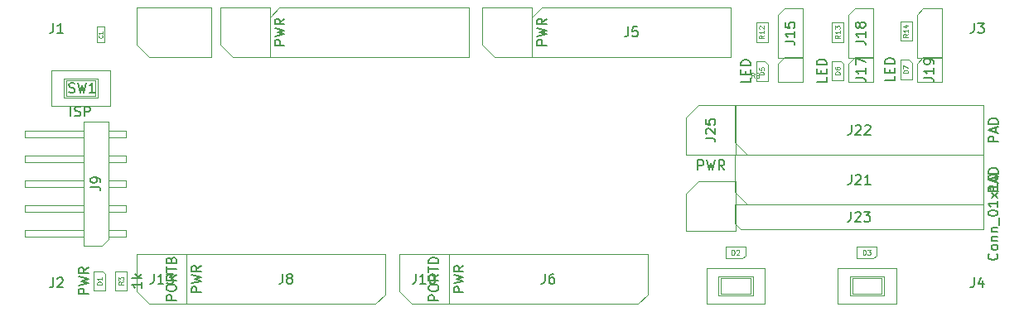
<source format=gbr>
G04 #@! TF.GenerationSoftware,KiCad,Pcbnew,(5.1.5)-2*
G04 #@! TF.CreationDate,2020-04-05T00:52:07+07:00*
G04 #@! TF.ProjectId,KIT_PIC16F1937,4b49545f-5049-4433-9136-46313933372e,rev?*
G04 #@! TF.SameCoordinates,Original*
G04 #@! TF.FileFunction,Other,Fab,Top*
%FSLAX46Y46*%
G04 Gerber Fmt 4.6, Leading zero omitted, Abs format (unit mm)*
G04 Created by KiCad (PCBNEW (5.1.5)-2) date 2020-04-05 00:52:07*
%MOMM*%
%LPD*%
G04 APERTURE LIST*
%ADD10C,0.100000*%
%ADD11C,0.060000*%
%ADD12C,0.150000*%
%ADD13C,0.080000*%
G04 APERTURE END LIST*
D10*
X150514000Y-101003000D02*
X149714000Y-101003000D01*
X149714000Y-101003000D02*
X149714000Y-99403000D01*
X149714000Y-99403000D02*
X150514000Y-99403000D01*
X150514000Y-99403000D02*
X150514000Y-101003000D01*
X146332000Y-104664000D02*
X149832000Y-104664000D01*
X149832000Y-104664000D02*
X149832000Y-106664000D01*
X149832000Y-106664000D02*
X146332000Y-106664000D01*
X146332000Y-106664000D02*
X146332000Y-104664000D01*
X146582000Y-106464000D02*
X149582000Y-106464000D01*
X146582000Y-104864000D02*
X149582000Y-104864000D01*
X149582000Y-104864000D02*
X149582000Y-106464000D01*
X146582000Y-104864000D02*
X146582000Y-106464000D01*
X145082000Y-107464000D02*
X151082000Y-107464000D01*
X145082000Y-103864000D02*
X151082000Y-103864000D01*
X145082000Y-103864000D02*
X145082000Y-107464000D01*
X151082000Y-103864000D02*
X151082000Y-107464000D01*
X194174000Y-102489000D02*
X194174000Y-98409000D01*
X194174000Y-98409000D02*
X195174000Y-97409000D01*
X195174000Y-97409000D02*
X214494000Y-97409000D01*
X214494000Y-97409000D02*
X214494000Y-102489000D01*
X214494000Y-102489000D02*
X194174000Y-102489000D01*
X185674000Y-122682000D02*
X205994000Y-122682000D01*
X185674000Y-127762000D02*
X185674000Y-122682000D01*
X204994000Y-127762000D02*
X185674000Y-127762000D01*
X205994000Y-126762000D02*
X204994000Y-127762000D01*
X205994000Y-122682000D02*
X205994000Y-126762000D01*
X187697000Y-102489000D02*
X167377000Y-102489000D01*
X187697000Y-97409000D02*
X187697000Y-102489000D01*
X168377000Y-97409000D02*
X187697000Y-97409000D01*
X167377000Y-98409000D02*
X168377000Y-97409000D01*
X167377000Y-102489000D02*
X167377000Y-98409000D01*
X179197000Y-122682000D02*
X179197000Y-126762000D01*
X179197000Y-126762000D02*
X178197000Y-127762000D01*
X178197000Y-127762000D02*
X158877000Y-127762000D01*
X158877000Y-127762000D02*
X158877000Y-122682000D01*
X158877000Y-122682000D02*
X179197000Y-122682000D01*
X150265000Y-121793000D02*
X148360000Y-121793000D01*
X148360000Y-121793000D02*
X148360000Y-109093000D01*
X148360000Y-109093000D02*
X150900000Y-109093000D01*
X150900000Y-109093000D02*
X150900000Y-121158000D01*
X150900000Y-121158000D02*
X150265000Y-121793000D01*
X152720000Y-120843000D02*
X150900000Y-120843000D01*
X152720000Y-120843000D02*
X152720000Y-120203000D01*
X152720000Y-120203000D02*
X150900000Y-120203000D01*
X148360000Y-120843000D02*
X142360000Y-120843000D01*
X142360000Y-120843000D02*
X142360000Y-120203000D01*
X148360000Y-120203000D02*
X142360000Y-120203000D01*
X152720000Y-118303000D02*
X150900000Y-118303000D01*
X152720000Y-118303000D02*
X152720000Y-117663000D01*
X152720000Y-117663000D02*
X150900000Y-117663000D01*
X148360000Y-118303000D02*
X142360000Y-118303000D01*
X142360000Y-118303000D02*
X142360000Y-117663000D01*
X148360000Y-117663000D02*
X142360000Y-117663000D01*
X152720000Y-115763000D02*
X150900000Y-115763000D01*
X152720000Y-115763000D02*
X152720000Y-115123000D01*
X152720000Y-115123000D02*
X150900000Y-115123000D01*
X148360000Y-115763000D02*
X142360000Y-115763000D01*
X142360000Y-115763000D02*
X142360000Y-115123000D01*
X148360000Y-115123000D02*
X142360000Y-115123000D01*
X152720000Y-113223000D02*
X150900000Y-113223000D01*
X152720000Y-113223000D02*
X152720000Y-112583000D01*
X152720000Y-112583000D02*
X150900000Y-112583000D01*
X148360000Y-113223000D02*
X142360000Y-113223000D01*
X142360000Y-113223000D02*
X142360000Y-112583000D01*
X148360000Y-112583000D02*
X142360000Y-112583000D01*
X152720000Y-110683000D02*
X150900000Y-110683000D01*
X152720000Y-110683000D02*
X152720000Y-110043000D01*
X152720000Y-110043000D02*
X150900000Y-110043000D01*
X148360000Y-110683000D02*
X142360000Y-110683000D01*
X142360000Y-110683000D02*
X142360000Y-110043000D01*
X148360000Y-110043000D02*
X142360000Y-110043000D01*
X180594000Y-126492000D02*
X180594000Y-122682000D01*
X180594000Y-122682000D02*
X185674000Y-122682000D01*
X185674000Y-122682000D02*
X185674000Y-127762000D01*
X185674000Y-127762000D02*
X181864000Y-127762000D01*
X181864000Y-127762000D02*
X180594000Y-126492000D01*
X163567000Y-102489000D02*
X162297000Y-101219000D01*
X167377000Y-102489000D02*
X163567000Y-102489000D01*
X167377000Y-97409000D02*
X167377000Y-102489000D01*
X162297000Y-97409000D02*
X167377000Y-97409000D01*
X162297000Y-101219000D02*
X162297000Y-97409000D01*
X189094000Y-101219000D02*
X189094000Y-97409000D01*
X189094000Y-97409000D02*
X194174000Y-97409000D01*
X194174000Y-97409000D02*
X194174000Y-102489000D01*
X194174000Y-102489000D02*
X190364000Y-102489000D01*
X190364000Y-102489000D02*
X189094000Y-101219000D01*
X155067000Y-127762000D02*
X153797000Y-126492000D01*
X158877000Y-127762000D02*
X155067000Y-127762000D01*
X158877000Y-122682000D02*
X158877000Y-127762000D01*
X153797000Y-122682000D02*
X158877000Y-122682000D01*
X153797000Y-126492000D02*
X153797000Y-122682000D01*
X153797000Y-101219000D02*
X153797000Y-97409000D01*
X153797000Y-97409000D02*
X161417000Y-97409000D01*
X161417000Y-97409000D02*
X161417000Y-102489000D01*
X161417000Y-102489000D02*
X155067000Y-102489000D01*
X155067000Y-102489000D02*
X153797000Y-101219000D01*
X150600000Y-126400000D02*
X150600000Y-124700000D01*
X150600000Y-124700000D02*
X150300000Y-124400000D01*
X150300000Y-124400000D02*
X149400000Y-124400000D01*
X149400000Y-124400000D02*
X149400000Y-126400000D01*
X149400000Y-126400000D02*
X150600000Y-126400000D01*
X213980000Y-123105000D02*
X215680000Y-123105000D01*
X215680000Y-123105000D02*
X215980000Y-122805000D01*
X215980000Y-122805000D02*
X215980000Y-121905000D01*
X215980000Y-121905000D02*
X213980000Y-121905000D01*
X213980000Y-121905000D02*
X213980000Y-123105000D01*
X227380000Y-121905000D02*
X227380000Y-123105000D01*
X229380000Y-121905000D02*
X227380000Y-121905000D01*
X229380000Y-122805000D02*
X229380000Y-121905000D01*
X229080000Y-123105000D02*
X229380000Y-122805000D01*
X227380000Y-123105000D02*
X229080000Y-123105000D01*
X152800000Y-126400000D02*
X151600000Y-126400000D01*
X151600000Y-126400000D02*
X151600000Y-124400000D01*
X151600000Y-124400000D02*
X152800000Y-124400000D01*
X152800000Y-124400000D02*
X152800000Y-126400000D01*
X213250000Y-124905000D02*
X216750000Y-124905000D01*
X216750000Y-124905000D02*
X216750000Y-126905000D01*
X216750000Y-126905000D02*
X213250000Y-126905000D01*
X213250000Y-126905000D02*
X213250000Y-124905000D01*
X213500000Y-126705000D02*
X216500000Y-126705000D01*
X213500000Y-125105000D02*
X216500000Y-125105000D01*
X216500000Y-125105000D02*
X216500000Y-126705000D01*
X213500000Y-125105000D02*
X213500000Y-126705000D01*
X212000000Y-127705000D02*
X218000000Y-127705000D01*
X212000000Y-124105000D02*
X218000000Y-124105000D01*
X212000000Y-124105000D02*
X212000000Y-127705000D01*
X218000000Y-124105000D02*
X218000000Y-127705000D01*
X226650000Y-124905000D02*
X230150000Y-124905000D01*
X230150000Y-124905000D02*
X230150000Y-126905000D01*
X230150000Y-126905000D02*
X226650000Y-126905000D01*
X226650000Y-126905000D02*
X226650000Y-124905000D01*
X226900000Y-126705000D02*
X229900000Y-126705000D01*
X226900000Y-125105000D02*
X229900000Y-125105000D01*
X229900000Y-125105000D02*
X229900000Y-126705000D01*
X226900000Y-125105000D02*
X226900000Y-126705000D01*
X225400000Y-127705000D02*
X231400000Y-127705000D01*
X225400000Y-124105000D02*
X231400000Y-124105000D01*
X225400000Y-124105000D02*
X225400000Y-127705000D01*
X231400000Y-124105000D02*
X231400000Y-127705000D01*
X219965000Y-97530000D02*
X221870000Y-97530000D01*
X221870000Y-97530000D02*
X221870000Y-102610000D01*
X221870000Y-102610000D02*
X219330000Y-102610000D01*
X219330000Y-102610000D02*
X219330000Y-98165000D01*
X219330000Y-98165000D02*
X219965000Y-97530000D01*
X219965000Y-102530000D02*
X221870000Y-102530000D01*
X221870000Y-102530000D02*
X221870000Y-105070000D01*
X221870000Y-105070000D02*
X219330000Y-105070000D01*
X219330000Y-105070000D02*
X219330000Y-103165000D01*
X219330000Y-103165000D02*
X219965000Y-102530000D01*
X227165000Y-102530000D02*
X229070000Y-102530000D01*
X229070000Y-102530000D02*
X229070000Y-105070000D01*
X229070000Y-105070000D02*
X226530000Y-105070000D01*
X226530000Y-105070000D02*
X226530000Y-103165000D01*
X226530000Y-103165000D02*
X227165000Y-102530000D01*
X227165000Y-97530000D02*
X229070000Y-97530000D01*
X229070000Y-97530000D02*
X229070000Y-102610000D01*
X229070000Y-102610000D02*
X226530000Y-102610000D01*
X226530000Y-102610000D02*
X226530000Y-98165000D01*
X226530000Y-98165000D02*
X227165000Y-97530000D01*
X234165000Y-102530000D02*
X236070000Y-102530000D01*
X236070000Y-102530000D02*
X236070000Y-105070000D01*
X236070000Y-105070000D02*
X233530000Y-105070000D01*
X233530000Y-105070000D02*
X233530000Y-103165000D01*
X233530000Y-103165000D02*
X234165000Y-102530000D01*
X234165000Y-97530000D02*
X236070000Y-97530000D01*
X236070000Y-97530000D02*
X236070000Y-102610000D01*
X236070000Y-102610000D02*
X233530000Y-102610000D01*
X233530000Y-102610000D02*
X233530000Y-98165000D01*
X233530000Y-98165000D02*
X234165000Y-97530000D01*
X216201001Y-117602000D02*
X214931001Y-116332000D01*
X240331001Y-117602000D02*
X216201001Y-117602000D01*
X240331001Y-112522000D02*
X240331001Y-117602000D01*
X214931001Y-112522000D02*
X240331001Y-112522000D01*
X214931001Y-116332000D02*
X214931001Y-112522000D01*
X214931001Y-111252000D02*
X214931001Y-107442000D01*
X214931001Y-107442000D02*
X240331001Y-107442000D01*
X240331001Y-107442000D02*
X240331001Y-112522000D01*
X240331001Y-112522000D02*
X216201001Y-112522000D01*
X216201001Y-112522000D02*
X214931001Y-111252000D01*
X218278000Y-104939500D02*
X218278000Y-103239500D01*
X218278000Y-103239500D02*
X217978000Y-102939500D01*
X217978000Y-102939500D02*
X217078000Y-102939500D01*
X217078000Y-102939500D02*
X217078000Y-104939500D01*
X217078000Y-104939500D02*
X218278000Y-104939500D01*
X224825000Y-104886000D02*
X226025000Y-104886000D01*
X224825000Y-102886000D02*
X224825000Y-104886000D01*
X225725000Y-102886000D02*
X224825000Y-102886000D01*
X226025000Y-103186000D02*
X225725000Y-102886000D01*
X226025000Y-104886000D02*
X226025000Y-103186000D01*
X214884000Y-119507000D02*
X214884000Y-117602000D01*
X214884000Y-117602000D02*
X240284000Y-117602000D01*
X240284000Y-117602000D02*
X240284000Y-120142000D01*
X240284000Y-120142000D02*
X215519000Y-120142000D01*
X215519000Y-120142000D02*
X214884000Y-119507000D01*
X217078000Y-98949000D02*
X218278000Y-98949000D01*
X218278000Y-98949000D02*
X218278000Y-100949000D01*
X218278000Y-100949000D02*
X217078000Y-100949000D01*
X217078000Y-100949000D02*
X217078000Y-98949000D01*
X224825000Y-100949000D02*
X224825000Y-98949000D01*
X226025000Y-100949000D02*
X224825000Y-100949000D01*
X226025000Y-98949000D02*
X226025000Y-100949000D01*
X224825000Y-98949000D02*
X226025000Y-98949000D01*
X233010000Y-104759000D02*
X233010000Y-103059000D01*
X233010000Y-103059000D02*
X232710000Y-102759000D01*
X232710000Y-102759000D02*
X231810000Y-102759000D01*
X231810000Y-102759000D02*
X231810000Y-104759000D01*
X231810000Y-104759000D02*
X233010000Y-104759000D01*
X231810000Y-98822000D02*
X233010000Y-98822000D01*
X233010000Y-98822000D02*
X233010000Y-100822000D01*
X233010000Y-100822000D02*
X231810000Y-100822000D01*
X231810000Y-100822000D02*
X231810000Y-98822000D01*
X211201000Y-107442000D02*
X215011000Y-107442000D01*
X215011000Y-107442000D02*
X215011000Y-112522000D01*
X215011000Y-112522000D02*
X209931000Y-112522000D01*
X209931000Y-112522000D02*
X209931000Y-108712000D01*
X209931000Y-108712000D02*
X211201000Y-107442000D01*
X209931000Y-116459000D02*
X211201000Y-115189000D01*
X209931000Y-120269000D02*
X209931000Y-116459000D01*
X215011000Y-120269000D02*
X209931000Y-120269000D01*
X215011000Y-115189000D02*
X215011000Y-120269000D01*
X211201000Y-115189000D02*
X215011000Y-115189000D01*
D11*
X150256857Y-100269666D02*
X150275904Y-100288714D01*
X150294952Y-100345857D01*
X150294952Y-100383952D01*
X150275904Y-100441095D01*
X150237809Y-100479190D01*
X150199714Y-100498238D01*
X150123523Y-100517285D01*
X150066380Y-100517285D01*
X149990190Y-100498238D01*
X149952095Y-100479190D01*
X149914000Y-100441095D01*
X149894952Y-100383952D01*
X149894952Y-100345857D01*
X149914000Y-100288714D01*
X149933047Y-100269666D01*
X150294952Y-99888714D02*
X150294952Y-100117285D01*
X150294952Y-100003000D02*
X149894952Y-100003000D01*
X149952095Y-100041095D01*
X149990190Y-100079190D01*
X150009238Y-100117285D01*
D12*
X146875666Y-106068761D02*
X147018523Y-106116380D01*
X147256619Y-106116380D01*
X147351857Y-106068761D01*
X147399476Y-106021142D01*
X147447095Y-105925904D01*
X147447095Y-105830666D01*
X147399476Y-105735428D01*
X147351857Y-105687809D01*
X147256619Y-105640190D01*
X147066142Y-105592571D01*
X146970904Y-105544952D01*
X146923285Y-105497333D01*
X146875666Y-105402095D01*
X146875666Y-105306857D01*
X146923285Y-105211619D01*
X146970904Y-105164000D01*
X147066142Y-105116380D01*
X147304238Y-105116380D01*
X147447095Y-105164000D01*
X147780428Y-105116380D02*
X148018523Y-106116380D01*
X148209000Y-105402095D01*
X148399476Y-106116380D01*
X148637571Y-105116380D01*
X149542333Y-106116380D02*
X148970904Y-106116380D01*
X149256619Y-106116380D02*
X149256619Y-105116380D01*
X149161380Y-105259238D01*
X149066142Y-105354476D01*
X148970904Y-105402095D01*
X145254666Y-99020380D02*
X145254666Y-99734666D01*
X145207047Y-99877523D01*
X145111809Y-99972761D01*
X144968952Y-100020380D01*
X144873714Y-100020380D01*
X146254666Y-100020380D02*
X145683238Y-100020380D01*
X145968952Y-100020380D02*
X145968952Y-99020380D01*
X145873714Y-99163238D01*
X145778476Y-99258476D01*
X145683238Y-99306095D01*
X145254666Y-125055380D02*
X145254666Y-125769666D01*
X145207047Y-125912523D01*
X145111809Y-126007761D01*
X144968952Y-126055380D01*
X144873714Y-126055380D01*
X145683238Y-125150619D02*
X145730857Y-125103000D01*
X145826095Y-125055380D01*
X146064190Y-125055380D01*
X146159428Y-125103000D01*
X146207047Y-125150619D01*
X146254666Y-125245857D01*
X146254666Y-125341095D01*
X146207047Y-125483952D01*
X145635619Y-126055380D01*
X146254666Y-126055380D01*
X239361666Y-99020380D02*
X239361666Y-99734666D01*
X239314047Y-99877523D01*
X239218809Y-99972761D01*
X239075952Y-100020380D01*
X238980714Y-100020380D01*
X239742619Y-99020380D02*
X240361666Y-99020380D01*
X240028333Y-99401333D01*
X240171190Y-99401333D01*
X240266428Y-99448952D01*
X240314047Y-99496571D01*
X240361666Y-99591809D01*
X240361666Y-99829904D01*
X240314047Y-99925142D01*
X240266428Y-99972761D01*
X240171190Y-100020380D01*
X239885476Y-100020380D01*
X239790238Y-99972761D01*
X239742619Y-99925142D01*
X239361666Y-125055380D02*
X239361666Y-125769666D01*
X239314047Y-125912523D01*
X239218809Y-126007761D01*
X239075952Y-126055380D01*
X238980714Y-126055380D01*
X240266428Y-125388714D02*
X240266428Y-126055380D01*
X240028333Y-125007761D02*
X239790238Y-125722047D01*
X240409285Y-125722047D01*
X204000666Y-99401380D02*
X204000666Y-100115666D01*
X203953047Y-100258523D01*
X203857809Y-100353761D01*
X203714952Y-100401380D01*
X203619714Y-100401380D01*
X204953047Y-99401380D02*
X204476857Y-99401380D01*
X204429238Y-99877571D01*
X204476857Y-99829952D01*
X204572095Y-99782333D01*
X204810190Y-99782333D01*
X204905428Y-99829952D01*
X204953047Y-99877571D01*
X205000666Y-99972809D01*
X205000666Y-100210904D01*
X204953047Y-100306142D01*
X204905428Y-100353761D01*
X204810190Y-100401380D01*
X204572095Y-100401380D01*
X204476857Y-100353761D01*
X204429238Y-100306142D01*
X184626380Y-127388666D02*
X183626380Y-127388666D01*
X183626380Y-127007714D01*
X183674000Y-126912476D01*
X183721619Y-126864857D01*
X183816857Y-126817238D01*
X183959714Y-126817238D01*
X184054952Y-126864857D01*
X184102571Y-126912476D01*
X184150190Y-127007714D01*
X184150190Y-127388666D01*
X183626380Y-126198190D02*
X183626380Y-126007714D01*
X183674000Y-125912476D01*
X183769238Y-125817238D01*
X183959714Y-125769619D01*
X184293047Y-125769619D01*
X184483523Y-125817238D01*
X184578761Y-125912476D01*
X184626380Y-126007714D01*
X184626380Y-126198190D01*
X184578761Y-126293428D01*
X184483523Y-126388666D01*
X184293047Y-126436285D01*
X183959714Y-126436285D01*
X183769238Y-126388666D01*
X183674000Y-126293428D01*
X183626380Y-126198190D01*
X184626380Y-124769619D02*
X184150190Y-125102952D01*
X184626380Y-125341047D02*
X183626380Y-125341047D01*
X183626380Y-124960095D01*
X183674000Y-124864857D01*
X183721619Y-124817238D01*
X183816857Y-124769619D01*
X183959714Y-124769619D01*
X184054952Y-124817238D01*
X184102571Y-124864857D01*
X184150190Y-124960095D01*
X184150190Y-125341047D01*
X183626380Y-124483904D02*
X183626380Y-123912476D01*
X184626380Y-124198190D02*
X183626380Y-124198190D01*
X184626380Y-123579142D02*
X183626380Y-123579142D01*
X183626380Y-123341047D01*
X183674000Y-123198190D01*
X183769238Y-123102952D01*
X183864476Y-123055333D01*
X184054952Y-123007714D01*
X184197809Y-123007714D01*
X184388285Y-123055333D01*
X184483523Y-123102952D01*
X184578761Y-123198190D01*
X184626380Y-123341047D01*
X184626380Y-123579142D01*
X195500666Y-124674380D02*
X195500666Y-125388666D01*
X195453047Y-125531523D01*
X195357809Y-125626761D01*
X195214952Y-125674380D01*
X195119714Y-125674380D01*
X196405428Y-124674380D02*
X196214952Y-124674380D01*
X196119714Y-124722000D01*
X196072095Y-124769619D01*
X195976857Y-124912476D01*
X195929238Y-125102952D01*
X195929238Y-125483904D01*
X195976857Y-125579142D01*
X196024476Y-125626761D01*
X196119714Y-125674380D01*
X196310190Y-125674380D01*
X196405428Y-125626761D01*
X196453047Y-125579142D01*
X196500666Y-125483904D01*
X196500666Y-125245809D01*
X196453047Y-125150571D01*
X196405428Y-125102952D01*
X196310190Y-125055333D01*
X196119714Y-125055333D01*
X196024476Y-125102952D01*
X195976857Y-125150571D01*
X195929238Y-125245809D01*
X157829380Y-127388666D02*
X156829380Y-127388666D01*
X156829380Y-127007714D01*
X156877000Y-126912476D01*
X156924619Y-126864857D01*
X157019857Y-126817238D01*
X157162714Y-126817238D01*
X157257952Y-126864857D01*
X157305571Y-126912476D01*
X157353190Y-127007714D01*
X157353190Y-127388666D01*
X156829380Y-126198190D02*
X156829380Y-126007714D01*
X156877000Y-125912476D01*
X156972238Y-125817238D01*
X157162714Y-125769619D01*
X157496047Y-125769619D01*
X157686523Y-125817238D01*
X157781761Y-125912476D01*
X157829380Y-126007714D01*
X157829380Y-126198190D01*
X157781761Y-126293428D01*
X157686523Y-126388666D01*
X157496047Y-126436285D01*
X157162714Y-126436285D01*
X156972238Y-126388666D01*
X156877000Y-126293428D01*
X156829380Y-126198190D01*
X157829380Y-124769619D02*
X157353190Y-125102952D01*
X157829380Y-125341047D02*
X156829380Y-125341047D01*
X156829380Y-124960095D01*
X156877000Y-124864857D01*
X156924619Y-124817238D01*
X157019857Y-124769619D01*
X157162714Y-124769619D01*
X157257952Y-124817238D01*
X157305571Y-124864857D01*
X157353190Y-124960095D01*
X157353190Y-125341047D01*
X156829380Y-124483904D02*
X156829380Y-123912476D01*
X157829380Y-124198190D02*
X156829380Y-124198190D01*
X157305571Y-123245809D02*
X157353190Y-123102952D01*
X157400809Y-123055333D01*
X157496047Y-123007714D01*
X157638904Y-123007714D01*
X157734142Y-123055333D01*
X157781761Y-123102952D01*
X157829380Y-123198190D01*
X157829380Y-123579142D01*
X156829380Y-123579142D01*
X156829380Y-123245809D01*
X156877000Y-123150571D01*
X156924619Y-123102952D01*
X157019857Y-123055333D01*
X157115095Y-123055333D01*
X157210333Y-123102952D01*
X157257952Y-123150571D01*
X157305571Y-123245809D01*
X157305571Y-123579142D01*
X168703666Y-124674380D02*
X168703666Y-125388666D01*
X168656047Y-125531523D01*
X168560809Y-125626761D01*
X168417952Y-125674380D01*
X168322714Y-125674380D01*
X169322714Y-125102952D02*
X169227476Y-125055333D01*
X169179857Y-125007714D01*
X169132238Y-124912476D01*
X169132238Y-124864857D01*
X169179857Y-124769619D01*
X169227476Y-124722000D01*
X169322714Y-124674380D01*
X169513190Y-124674380D01*
X169608428Y-124722000D01*
X169656047Y-124769619D01*
X169703666Y-124864857D01*
X169703666Y-124912476D01*
X169656047Y-125007714D01*
X169608428Y-125055333D01*
X169513190Y-125102952D01*
X169322714Y-125102952D01*
X169227476Y-125150571D01*
X169179857Y-125198190D01*
X169132238Y-125293428D01*
X169132238Y-125483904D01*
X169179857Y-125579142D01*
X169227476Y-125626761D01*
X169322714Y-125674380D01*
X169513190Y-125674380D01*
X169608428Y-125626761D01*
X169656047Y-125579142D01*
X169703666Y-125483904D01*
X169703666Y-125293428D01*
X169656047Y-125198190D01*
X169608428Y-125150571D01*
X169513190Y-125102952D01*
X147038809Y-108545380D02*
X147038809Y-107545380D01*
X147467380Y-108497761D02*
X147610238Y-108545380D01*
X147848333Y-108545380D01*
X147943571Y-108497761D01*
X147991190Y-108450142D01*
X148038809Y-108354904D01*
X148038809Y-108259666D01*
X147991190Y-108164428D01*
X147943571Y-108116809D01*
X147848333Y-108069190D01*
X147657857Y-108021571D01*
X147562619Y-107973952D01*
X147515000Y-107926333D01*
X147467380Y-107831095D01*
X147467380Y-107735857D01*
X147515000Y-107640619D01*
X147562619Y-107593000D01*
X147657857Y-107545380D01*
X147895952Y-107545380D01*
X148038809Y-107593000D01*
X148467380Y-108545380D02*
X148467380Y-107545380D01*
X148848333Y-107545380D01*
X148943571Y-107593000D01*
X148991190Y-107640619D01*
X149038809Y-107735857D01*
X149038809Y-107878714D01*
X148991190Y-107973952D01*
X148943571Y-108021571D01*
X148848333Y-108069190D01*
X148467380Y-108069190D01*
X149082380Y-115776333D02*
X149796666Y-115776333D01*
X149939523Y-115823952D01*
X150034761Y-115919190D01*
X150082380Y-116062047D01*
X150082380Y-116157285D01*
X150082380Y-115252523D02*
X150082380Y-115062047D01*
X150034761Y-114966809D01*
X149987142Y-114919190D01*
X149844285Y-114823952D01*
X149653809Y-114776333D01*
X149272857Y-114776333D01*
X149177619Y-114823952D01*
X149130000Y-114871571D01*
X149082380Y-114966809D01*
X149082380Y-115157285D01*
X149130000Y-115252523D01*
X149177619Y-115300142D01*
X149272857Y-115347761D01*
X149510952Y-115347761D01*
X149606190Y-115300142D01*
X149653809Y-115252523D01*
X149701428Y-115157285D01*
X149701428Y-114966809D01*
X149653809Y-114871571D01*
X149606190Y-114823952D01*
X149510952Y-114776333D01*
X187186380Y-126555333D02*
X186186380Y-126555333D01*
X186186380Y-126174380D01*
X186234000Y-126079142D01*
X186281619Y-126031523D01*
X186376857Y-125983904D01*
X186519714Y-125983904D01*
X186614952Y-126031523D01*
X186662571Y-126079142D01*
X186710190Y-126174380D01*
X186710190Y-126555333D01*
X186186380Y-125650571D02*
X187186380Y-125412476D01*
X186472095Y-125222000D01*
X187186380Y-125031523D01*
X186186380Y-124793428D01*
X187186380Y-123841047D02*
X186710190Y-124174380D01*
X187186380Y-124412476D02*
X186186380Y-124412476D01*
X186186380Y-124031523D01*
X186234000Y-123936285D01*
X186281619Y-123888666D01*
X186376857Y-123841047D01*
X186519714Y-123841047D01*
X186614952Y-123888666D01*
X186662571Y-123936285D01*
X186710190Y-124031523D01*
X186710190Y-124412476D01*
X182324476Y-124674380D02*
X182324476Y-125388666D01*
X182276857Y-125531523D01*
X182181619Y-125626761D01*
X182038761Y-125674380D01*
X181943523Y-125674380D01*
X183324476Y-125674380D02*
X182753047Y-125674380D01*
X183038761Y-125674380D02*
X183038761Y-124674380D01*
X182943523Y-124817238D01*
X182848285Y-124912476D01*
X182753047Y-124960095D01*
X183943523Y-124674380D02*
X184038761Y-124674380D01*
X184134000Y-124722000D01*
X184181619Y-124769619D01*
X184229238Y-124864857D01*
X184276857Y-125055333D01*
X184276857Y-125293428D01*
X184229238Y-125483904D01*
X184181619Y-125579142D01*
X184134000Y-125626761D01*
X184038761Y-125674380D01*
X183943523Y-125674380D01*
X183848285Y-125626761D01*
X183800666Y-125579142D01*
X183753047Y-125483904D01*
X183705428Y-125293428D01*
X183705428Y-125055333D01*
X183753047Y-124864857D01*
X183800666Y-124769619D01*
X183848285Y-124722000D01*
X183943523Y-124674380D01*
X168889380Y-101282333D02*
X167889380Y-101282333D01*
X167889380Y-100901380D01*
X167937000Y-100806142D01*
X167984619Y-100758523D01*
X168079857Y-100710904D01*
X168222714Y-100710904D01*
X168317952Y-100758523D01*
X168365571Y-100806142D01*
X168413190Y-100901380D01*
X168413190Y-101282333D01*
X167889380Y-100377571D02*
X168889380Y-100139476D01*
X168175095Y-99949000D01*
X168889380Y-99758523D01*
X167889380Y-99520428D01*
X168889380Y-98568047D02*
X168413190Y-98901380D01*
X168889380Y-99139476D02*
X167889380Y-99139476D01*
X167889380Y-98758523D01*
X167937000Y-98663285D01*
X167984619Y-98615666D01*
X168079857Y-98568047D01*
X168222714Y-98568047D01*
X168317952Y-98615666D01*
X168365571Y-98663285D01*
X168413190Y-98758523D01*
X168413190Y-99139476D01*
X195686380Y-101282333D02*
X194686380Y-101282333D01*
X194686380Y-100901380D01*
X194734000Y-100806142D01*
X194781619Y-100758523D01*
X194876857Y-100710904D01*
X195019714Y-100710904D01*
X195114952Y-100758523D01*
X195162571Y-100806142D01*
X195210190Y-100901380D01*
X195210190Y-101282333D01*
X194686380Y-100377571D02*
X195686380Y-100139476D01*
X194972095Y-99949000D01*
X195686380Y-99758523D01*
X194686380Y-99520428D01*
X195686380Y-98568047D02*
X195210190Y-98901380D01*
X195686380Y-99139476D02*
X194686380Y-99139476D01*
X194686380Y-98758523D01*
X194734000Y-98663285D01*
X194781619Y-98615666D01*
X194876857Y-98568047D01*
X195019714Y-98568047D01*
X195114952Y-98615666D01*
X195162571Y-98663285D01*
X195210190Y-98758523D01*
X195210190Y-99139476D01*
X160389380Y-126555333D02*
X159389380Y-126555333D01*
X159389380Y-126174380D01*
X159437000Y-126079142D01*
X159484619Y-126031523D01*
X159579857Y-125983904D01*
X159722714Y-125983904D01*
X159817952Y-126031523D01*
X159865571Y-126079142D01*
X159913190Y-126174380D01*
X159913190Y-126555333D01*
X159389380Y-125650571D02*
X160389380Y-125412476D01*
X159675095Y-125222000D01*
X160389380Y-125031523D01*
X159389380Y-124793428D01*
X160389380Y-123841047D02*
X159913190Y-124174380D01*
X160389380Y-124412476D02*
X159389380Y-124412476D01*
X159389380Y-124031523D01*
X159437000Y-123936285D01*
X159484619Y-123888666D01*
X159579857Y-123841047D01*
X159722714Y-123841047D01*
X159817952Y-123888666D01*
X159865571Y-123936285D01*
X159913190Y-124031523D01*
X159913190Y-124412476D01*
X155527476Y-124674380D02*
X155527476Y-125388666D01*
X155479857Y-125531523D01*
X155384619Y-125626761D01*
X155241761Y-125674380D01*
X155146523Y-125674380D01*
X156527476Y-125674380D02*
X155956047Y-125674380D01*
X156241761Y-125674380D02*
X156241761Y-124674380D01*
X156146523Y-124817238D01*
X156051285Y-124912476D01*
X155956047Y-124960095D01*
X156860809Y-124674380D02*
X157479857Y-124674380D01*
X157146523Y-125055333D01*
X157289380Y-125055333D01*
X157384619Y-125102952D01*
X157432238Y-125150571D01*
X157479857Y-125245809D01*
X157479857Y-125483904D01*
X157432238Y-125579142D01*
X157384619Y-125626761D01*
X157289380Y-125674380D01*
X157003666Y-125674380D01*
X156908428Y-125626761D01*
X156860809Y-125579142D01*
X148852380Y-126733333D02*
X147852380Y-126733333D01*
X147852380Y-126352380D01*
X147900000Y-126257142D01*
X147947619Y-126209523D01*
X148042857Y-126161904D01*
X148185714Y-126161904D01*
X148280952Y-126209523D01*
X148328571Y-126257142D01*
X148376190Y-126352380D01*
X148376190Y-126733333D01*
X147852380Y-125828571D02*
X148852380Y-125590476D01*
X148138095Y-125400000D01*
X148852380Y-125209523D01*
X147852380Y-124971428D01*
X148852380Y-124019047D02*
X148376190Y-124352380D01*
X148852380Y-124590476D02*
X147852380Y-124590476D01*
X147852380Y-124209523D01*
X147900000Y-124114285D01*
X147947619Y-124066666D01*
X148042857Y-124019047D01*
X148185714Y-124019047D01*
X148280952Y-124066666D01*
X148328571Y-124114285D01*
X148376190Y-124209523D01*
X148376190Y-124590476D01*
D13*
X150226190Y-125769047D02*
X149726190Y-125769047D01*
X149726190Y-125650000D01*
X149750000Y-125578571D01*
X149797619Y-125530952D01*
X149845238Y-125507142D01*
X149940476Y-125483333D01*
X150011904Y-125483333D01*
X150107142Y-125507142D01*
X150154761Y-125530952D01*
X150202380Y-125578571D01*
X150226190Y-125650000D01*
X150226190Y-125769047D01*
X150226190Y-125007142D02*
X150226190Y-125292857D01*
X150226190Y-125150000D02*
X149726190Y-125150000D01*
X149797619Y-125197619D01*
X149845238Y-125245238D01*
X149869047Y-125292857D01*
X214610952Y-122731190D02*
X214610952Y-122231190D01*
X214730000Y-122231190D01*
X214801428Y-122255000D01*
X214849047Y-122302619D01*
X214872857Y-122350238D01*
X214896666Y-122445476D01*
X214896666Y-122516904D01*
X214872857Y-122612142D01*
X214849047Y-122659761D01*
X214801428Y-122707380D01*
X214730000Y-122731190D01*
X214610952Y-122731190D01*
X215087142Y-122278809D02*
X215110952Y-122255000D01*
X215158571Y-122231190D01*
X215277619Y-122231190D01*
X215325238Y-122255000D01*
X215349047Y-122278809D01*
X215372857Y-122326428D01*
X215372857Y-122374047D01*
X215349047Y-122445476D01*
X215063333Y-122731190D01*
X215372857Y-122731190D01*
X228010952Y-122731190D02*
X228010952Y-122231190D01*
X228130000Y-122231190D01*
X228201428Y-122255000D01*
X228249047Y-122302619D01*
X228272857Y-122350238D01*
X228296666Y-122445476D01*
X228296666Y-122516904D01*
X228272857Y-122612142D01*
X228249047Y-122659761D01*
X228201428Y-122707380D01*
X228130000Y-122731190D01*
X228010952Y-122731190D01*
X228463333Y-122231190D02*
X228772857Y-122231190D01*
X228606190Y-122421666D01*
X228677619Y-122421666D01*
X228725238Y-122445476D01*
X228749047Y-122469285D01*
X228772857Y-122516904D01*
X228772857Y-122635952D01*
X228749047Y-122683571D01*
X228725238Y-122707380D01*
X228677619Y-122731190D01*
X228534761Y-122731190D01*
X228487142Y-122707380D01*
X228463333Y-122683571D01*
D12*
X154302380Y-125519047D02*
X154302380Y-126090476D01*
X154302380Y-125804761D02*
X153302380Y-125804761D01*
X153445238Y-125900000D01*
X153540476Y-125995238D01*
X153588095Y-126090476D01*
X154302380Y-125090476D02*
X153302380Y-125090476D01*
X153921428Y-124995238D02*
X154302380Y-124709523D01*
X153635714Y-124709523D02*
X154016666Y-125090476D01*
D13*
X152426190Y-125483333D02*
X152188095Y-125650000D01*
X152426190Y-125769047D02*
X151926190Y-125769047D01*
X151926190Y-125578571D01*
X151950000Y-125530952D01*
X151973809Y-125507142D01*
X152021428Y-125483333D01*
X152092857Y-125483333D01*
X152140476Y-125507142D01*
X152164285Y-125530952D01*
X152188095Y-125578571D01*
X152188095Y-125769047D01*
X151926190Y-125316666D02*
X151926190Y-125007142D01*
X152116666Y-125173809D01*
X152116666Y-125102380D01*
X152140476Y-125054761D01*
X152164285Y-125030952D01*
X152211904Y-125007142D01*
X152330952Y-125007142D01*
X152378571Y-125030952D01*
X152402380Y-125054761D01*
X152426190Y-125102380D01*
X152426190Y-125245238D01*
X152402380Y-125292857D01*
X152378571Y-125316666D01*
X216916666Y-104626190D02*
X216750000Y-104388095D01*
X216630952Y-104626190D02*
X216630952Y-104126190D01*
X216821428Y-104126190D01*
X216869047Y-104150000D01*
X216892857Y-104173809D01*
X216916666Y-104221428D01*
X216916666Y-104292857D01*
X216892857Y-104340476D01*
X216869047Y-104364285D01*
X216821428Y-104388095D01*
X216630952Y-104388095D01*
X217202380Y-104340476D02*
X217154761Y-104316666D01*
X217130952Y-104292857D01*
X217107142Y-104245238D01*
X217107142Y-104221428D01*
X217130952Y-104173809D01*
X217154761Y-104150000D01*
X217202380Y-104126190D01*
X217297619Y-104126190D01*
X217345238Y-104150000D01*
X217369047Y-104173809D01*
X217392857Y-104221428D01*
X217392857Y-104245238D01*
X217369047Y-104292857D01*
X217345238Y-104316666D01*
X217297619Y-104340476D01*
X217202380Y-104340476D01*
X217154761Y-104364285D01*
X217130952Y-104388095D01*
X217107142Y-104435714D01*
X217107142Y-104530952D01*
X217130952Y-104578571D01*
X217154761Y-104602380D01*
X217202380Y-104626190D01*
X217297619Y-104626190D01*
X217345238Y-104602380D01*
X217369047Y-104578571D01*
X217392857Y-104530952D01*
X217392857Y-104435714D01*
X217369047Y-104388095D01*
X217345238Y-104364285D01*
X217297619Y-104340476D01*
D12*
X220052380Y-100879523D02*
X220766666Y-100879523D01*
X220909523Y-100927142D01*
X221004761Y-101022380D01*
X221052380Y-101165238D01*
X221052380Y-101260476D01*
X221052380Y-99879523D02*
X221052380Y-100450952D01*
X221052380Y-100165238D02*
X220052380Y-100165238D01*
X220195238Y-100260476D01*
X220290476Y-100355714D01*
X220338095Y-100450952D01*
X220052380Y-98974761D02*
X220052380Y-99450952D01*
X220528571Y-99498571D01*
X220480952Y-99450952D01*
X220433333Y-99355714D01*
X220433333Y-99117619D01*
X220480952Y-99022380D01*
X220528571Y-98974761D01*
X220623809Y-98927142D01*
X220861904Y-98927142D01*
X220957142Y-98974761D01*
X221004761Y-99022380D01*
X221052380Y-99117619D01*
X221052380Y-99355714D01*
X221004761Y-99450952D01*
X220957142Y-99498571D01*
X227252380Y-104609523D02*
X227966666Y-104609523D01*
X228109523Y-104657142D01*
X228204761Y-104752380D01*
X228252380Y-104895238D01*
X228252380Y-104990476D01*
X228252380Y-103609523D02*
X228252380Y-104180952D01*
X228252380Y-103895238D02*
X227252380Y-103895238D01*
X227395238Y-103990476D01*
X227490476Y-104085714D01*
X227538095Y-104180952D01*
X227252380Y-103276190D02*
X227252380Y-102609523D01*
X228252380Y-103038095D01*
X227252380Y-100879523D02*
X227966666Y-100879523D01*
X228109523Y-100927142D01*
X228204761Y-101022380D01*
X228252380Y-101165238D01*
X228252380Y-101260476D01*
X228252380Y-99879523D02*
X228252380Y-100450952D01*
X228252380Y-100165238D02*
X227252380Y-100165238D01*
X227395238Y-100260476D01*
X227490476Y-100355714D01*
X227538095Y-100450952D01*
X227680952Y-99308095D02*
X227633333Y-99403333D01*
X227585714Y-99450952D01*
X227490476Y-99498571D01*
X227442857Y-99498571D01*
X227347619Y-99450952D01*
X227300000Y-99403333D01*
X227252380Y-99308095D01*
X227252380Y-99117619D01*
X227300000Y-99022380D01*
X227347619Y-98974761D01*
X227442857Y-98927142D01*
X227490476Y-98927142D01*
X227585714Y-98974761D01*
X227633333Y-99022380D01*
X227680952Y-99117619D01*
X227680952Y-99308095D01*
X227728571Y-99403333D01*
X227776190Y-99450952D01*
X227871428Y-99498571D01*
X228061904Y-99498571D01*
X228157142Y-99450952D01*
X228204761Y-99403333D01*
X228252380Y-99308095D01*
X228252380Y-99117619D01*
X228204761Y-99022380D01*
X228157142Y-98974761D01*
X228061904Y-98927142D01*
X227871428Y-98927142D01*
X227776190Y-98974761D01*
X227728571Y-99022380D01*
X227680952Y-99117619D01*
X234252380Y-104609523D02*
X234966666Y-104609523D01*
X235109523Y-104657142D01*
X235204761Y-104752380D01*
X235252380Y-104895238D01*
X235252380Y-104990476D01*
X235252380Y-103609523D02*
X235252380Y-104180952D01*
X235252380Y-103895238D02*
X234252380Y-103895238D01*
X234395238Y-103990476D01*
X234490476Y-104085714D01*
X234538095Y-104180952D01*
X235252380Y-103133333D02*
X235252380Y-102942857D01*
X235204761Y-102847619D01*
X235157142Y-102800000D01*
X235014285Y-102704761D01*
X234823809Y-102657142D01*
X234442857Y-102657142D01*
X234347619Y-102704761D01*
X234300000Y-102752380D01*
X234252380Y-102847619D01*
X234252380Y-103038095D01*
X234300000Y-103133333D01*
X234347619Y-103180952D01*
X234442857Y-103228571D01*
X234680952Y-103228571D01*
X234776190Y-103180952D01*
X234823809Y-103133333D01*
X234871428Y-103038095D01*
X234871428Y-102847619D01*
X234823809Y-102752380D01*
X234776190Y-102704761D01*
X234680952Y-102657142D01*
X241843381Y-116252476D02*
X240843381Y-116252476D01*
X240843381Y-115871523D01*
X240891001Y-115776285D01*
X240938620Y-115728666D01*
X241033858Y-115681047D01*
X241176715Y-115681047D01*
X241271953Y-115728666D01*
X241319572Y-115776285D01*
X241367191Y-115871523D01*
X241367191Y-116252476D01*
X241557667Y-115300095D02*
X241557667Y-114823904D01*
X241843381Y-115395333D02*
X240843381Y-115062000D01*
X241843381Y-114728666D01*
X241843381Y-114395333D02*
X240843381Y-114395333D01*
X240843381Y-114157238D01*
X240891001Y-114014380D01*
X240986239Y-113919142D01*
X241081477Y-113871523D01*
X241271953Y-113823904D01*
X241414810Y-113823904D01*
X241605286Y-113871523D01*
X241700524Y-113919142D01*
X241795762Y-114014380D01*
X241843381Y-114157238D01*
X241843381Y-114395333D01*
X226821477Y-114514380D02*
X226821477Y-115228666D01*
X226773858Y-115371523D01*
X226678620Y-115466761D01*
X226535762Y-115514380D01*
X226440524Y-115514380D01*
X227250048Y-114609619D02*
X227297667Y-114562000D01*
X227392905Y-114514380D01*
X227631001Y-114514380D01*
X227726239Y-114562000D01*
X227773858Y-114609619D01*
X227821477Y-114704857D01*
X227821477Y-114800095D01*
X227773858Y-114942952D01*
X227202429Y-115514380D01*
X227821477Y-115514380D01*
X228773858Y-115514380D02*
X228202429Y-115514380D01*
X228488143Y-115514380D02*
X228488143Y-114514380D01*
X228392905Y-114657238D01*
X228297667Y-114752476D01*
X228202429Y-114800095D01*
X241843381Y-111172476D02*
X240843381Y-111172476D01*
X240843381Y-110791523D01*
X240891001Y-110696285D01*
X240938620Y-110648666D01*
X241033858Y-110601047D01*
X241176715Y-110601047D01*
X241271953Y-110648666D01*
X241319572Y-110696285D01*
X241367191Y-110791523D01*
X241367191Y-111172476D01*
X241557667Y-110220095D02*
X241557667Y-109743904D01*
X241843381Y-110315333D02*
X240843381Y-109982000D01*
X241843381Y-109648666D01*
X241843381Y-109315333D02*
X240843381Y-109315333D01*
X240843381Y-109077238D01*
X240891001Y-108934380D01*
X240986239Y-108839142D01*
X241081477Y-108791523D01*
X241271953Y-108743904D01*
X241414810Y-108743904D01*
X241605286Y-108791523D01*
X241700524Y-108839142D01*
X241795762Y-108934380D01*
X241843381Y-109077238D01*
X241843381Y-109315333D01*
X226821477Y-109434380D02*
X226821477Y-110148666D01*
X226773858Y-110291523D01*
X226678620Y-110386761D01*
X226535762Y-110434380D01*
X226440524Y-110434380D01*
X227250048Y-109529619D02*
X227297667Y-109482000D01*
X227392905Y-109434380D01*
X227631001Y-109434380D01*
X227726239Y-109482000D01*
X227773858Y-109529619D01*
X227821477Y-109624857D01*
X227821477Y-109720095D01*
X227773858Y-109862952D01*
X227202429Y-110434380D01*
X227821477Y-110434380D01*
X228202429Y-109529619D02*
X228250048Y-109482000D01*
X228345286Y-109434380D01*
X228583381Y-109434380D01*
X228678620Y-109482000D01*
X228726239Y-109529619D01*
X228773858Y-109624857D01*
X228773858Y-109720095D01*
X228726239Y-109862952D01*
X228154810Y-110434380D01*
X228773858Y-110434380D01*
X216530380Y-104582357D02*
X216530380Y-105058547D01*
X215530380Y-105058547D01*
X216006571Y-104249023D02*
X216006571Y-103915690D01*
X216530380Y-103772833D02*
X216530380Y-104249023D01*
X215530380Y-104249023D01*
X215530380Y-103772833D01*
X216530380Y-103344261D02*
X215530380Y-103344261D01*
X215530380Y-103106166D01*
X215578000Y-102963309D01*
X215673238Y-102868071D01*
X215768476Y-102820452D01*
X215958952Y-102772833D01*
X216101809Y-102772833D01*
X216292285Y-102820452D01*
X216387523Y-102868071D01*
X216482761Y-102963309D01*
X216530380Y-103106166D01*
X216530380Y-103344261D01*
D13*
X217904190Y-104308547D02*
X217404190Y-104308547D01*
X217404190Y-104189500D01*
X217428000Y-104118071D01*
X217475619Y-104070452D01*
X217523238Y-104046642D01*
X217618476Y-104022833D01*
X217689904Y-104022833D01*
X217785142Y-104046642D01*
X217832761Y-104070452D01*
X217880380Y-104118071D01*
X217904190Y-104189500D01*
X217904190Y-104308547D01*
X217404190Y-103570452D02*
X217404190Y-103808547D01*
X217642285Y-103832357D01*
X217618476Y-103808547D01*
X217594666Y-103760928D01*
X217594666Y-103641880D01*
X217618476Y-103594261D01*
X217642285Y-103570452D01*
X217689904Y-103546642D01*
X217808952Y-103546642D01*
X217856571Y-103570452D01*
X217880380Y-103594261D01*
X217904190Y-103641880D01*
X217904190Y-103760928D01*
X217880380Y-103808547D01*
X217856571Y-103832357D01*
D12*
X224277380Y-104528857D02*
X224277380Y-105005047D01*
X223277380Y-105005047D01*
X223753571Y-104195523D02*
X223753571Y-103862190D01*
X224277380Y-103719333D02*
X224277380Y-104195523D01*
X223277380Y-104195523D01*
X223277380Y-103719333D01*
X224277380Y-103290761D02*
X223277380Y-103290761D01*
X223277380Y-103052666D01*
X223325000Y-102909809D01*
X223420238Y-102814571D01*
X223515476Y-102766952D01*
X223705952Y-102719333D01*
X223848809Y-102719333D01*
X224039285Y-102766952D01*
X224134523Y-102814571D01*
X224229761Y-102909809D01*
X224277380Y-103052666D01*
X224277380Y-103290761D01*
D13*
X225651190Y-104255047D02*
X225151190Y-104255047D01*
X225151190Y-104136000D01*
X225175000Y-104064571D01*
X225222619Y-104016952D01*
X225270238Y-103993142D01*
X225365476Y-103969333D01*
X225436904Y-103969333D01*
X225532142Y-103993142D01*
X225579761Y-104016952D01*
X225627380Y-104064571D01*
X225651190Y-104136000D01*
X225651190Y-104255047D01*
X225151190Y-103540761D02*
X225151190Y-103636000D01*
X225175000Y-103683619D01*
X225198809Y-103707428D01*
X225270238Y-103755047D01*
X225365476Y-103778857D01*
X225555952Y-103778857D01*
X225603571Y-103755047D01*
X225627380Y-103731238D01*
X225651190Y-103683619D01*
X225651190Y-103588380D01*
X225627380Y-103540761D01*
X225603571Y-103516952D01*
X225555952Y-103493142D01*
X225436904Y-103493142D01*
X225389285Y-103516952D01*
X225365476Y-103540761D01*
X225341666Y-103588380D01*
X225341666Y-103683619D01*
X225365476Y-103731238D01*
X225389285Y-103755047D01*
X225436904Y-103778857D01*
D12*
X241701142Y-122610095D02*
X241748761Y-122657714D01*
X241796380Y-122800571D01*
X241796380Y-122895809D01*
X241748761Y-123038666D01*
X241653523Y-123133904D01*
X241558285Y-123181523D01*
X241367809Y-123229142D01*
X241224952Y-123229142D01*
X241034476Y-123181523D01*
X240939238Y-123133904D01*
X240844000Y-123038666D01*
X240796380Y-122895809D01*
X240796380Y-122800571D01*
X240844000Y-122657714D01*
X240891619Y-122610095D01*
X241796380Y-122038666D02*
X241748761Y-122133904D01*
X241701142Y-122181523D01*
X241605904Y-122229142D01*
X241320190Y-122229142D01*
X241224952Y-122181523D01*
X241177333Y-122133904D01*
X241129714Y-122038666D01*
X241129714Y-121895809D01*
X241177333Y-121800571D01*
X241224952Y-121752952D01*
X241320190Y-121705333D01*
X241605904Y-121705333D01*
X241701142Y-121752952D01*
X241748761Y-121800571D01*
X241796380Y-121895809D01*
X241796380Y-122038666D01*
X241129714Y-121276761D02*
X241796380Y-121276761D01*
X241224952Y-121276761D02*
X241177333Y-121229142D01*
X241129714Y-121133904D01*
X241129714Y-120991047D01*
X241177333Y-120895809D01*
X241272571Y-120848190D01*
X241796380Y-120848190D01*
X241129714Y-120372000D02*
X241796380Y-120372000D01*
X241224952Y-120372000D02*
X241177333Y-120324380D01*
X241129714Y-120229142D01*
X241129714Y-120086285D01*
X241177333Y-119991047D01*
X241272571Y-119943428D01*
X241796380Y-119943428D01*
X241891619Y-119705333D02*
X241891619Y-118943428D01*
X240796380Y-118514857D02*
X240796380Y-118419619D01*
X240844000Y-118324380D01*
X240891619Y-118276761D01*
X240986857Y-118229142D01*
X241177333Y-118181523D01*
X241415428Y-118181523D01*
X241605904Y-118229142D01*
X241701142Y-118276761D01*
X241748761Y-118324380D01*
X241796380Y-118419619D01*
X241796380Y-118514857D01*
X241748761Y-118610095D01*
X241701142Y-118657714D01*
X241605904Y-118705333D01*
X241415428Y-118752952D01*
X241177333Y-118752952D01*
X240986857Y-118705333D01*
X240891619Y-118657714D01*
X240844000Y-118610095D01*
X240796380Y-118514857D01*
X241796380Y-117229142D02*
X241796380Y-117800571D01*
X241796380Y-117514857D02*
X240796380Y-117514857D01*
X240939238Y-117610095D01*
X241034476Y-117705333D01*
X241082095Y-117800571D01*
X241796380Y-116895809D02*
X241129714Y-116372000D01*
X241129714Y-116895809D02*
X241796380Y-116372000D01*
X241796380Y-115467238D02*
X241796380Y-116038666D01*
X241796380Y-115752952D02*
X240796380Y-115752952D01*
X240939238Y-115848190D01*
X241034476Y-115943428D01*
X241082095Y-116038666D01*
X240796380Y-114848190D02*
X240796380Y-114752952D01*
X240844000Y-114657714D01*
X240891619Y-114610095D01*
X240986857Y-114562476D01*
X241177333Y-114514857D01*
X241415428Y-114514857D01*
X241605904Y-114562476D01*
X241701142Y-114610095D01*
X241748761Y-114657714D01*
X241796380Y-114752952D01*
X241796380Y-114848190D01*
X241748761Y-114943428D01*
X241701142Y-114991047D01*
X241605904Y-115038666D01*
X241415428Y-115086285D01*
X241177333Y-115086285D01*
X240986857Y-115038666D01*
X240891619Y-114991047D01*
X240844000Y-114943428D01*
X240796380Y-114848190D01*
X226774476Y-118324380D02*
X226774476Y-119038666D01*
X226726857Y-119181523D01*
X226631619Y-119276761D01*
X226488761Y-119324380D01*
X226393523Y-119324380D01*
X227203047Y-118419619D02*
X227250666Y-118372000D01*
X227345904Y-118324380D01*
X227584000Y-118324380D01*
X227679238Y-118372000D01*
X227726857Y-118419619D01*
X227774476Y-118514857D01*
X227774476Y-118610095D01*
X227726857Y-118752952D01*
X227155428Y-119324380D01*
X227774476Y-119324380D01*
X228107809Y-118324380D02*
X228726857Y-118324380D01*
X228393523Y-118705333D01*
X228536380Y-118705333D01*
X228631619Y-118752952D01*
X228679238Y-118800571D01*
X228726857Y-118895809D01*
X228726857Y-119133904D01*
X228679238Y-119229142D01*
X228631619Y-119276761D01*
X228536380Y-119324380D01*
X228250666Y-119324380D01*
X228155428Y-119276761D01*
X228107809Y-119229142D01*
D13*
X217904190Y-100270428D02*
X217666095Y-100437095D01*
X217904190Y-100556142D02*
X217404190Y-100556142D01*
X217404190Y-100365666D01*
X217428000Y-100318047D01*
X217451809Y-100294238D01*
X217499428Y-100270428D01*
X217570857Y-100270428D01*
X217618476Y-100294238D01*
X217642285Y-100318047D01*
X217666095Y-100365666D01*
X217666095Y-100556142D01*
X217904190Y-99794238D02*
X217904190Y-100079952D01*
X217904190Y-99937095D02*
X217404190Y-99937095D01*
X217475619Y-99984714D01*
X217523238Y-100032333D01*
X217547047Y-100079952D01*
X217451809Y-99603761D02*
X217428000Y-99579952D01*
X217404190Y-99532333D01*
X217404190Y-99413285D01*
X217428000Y-99365666D01*
X217451809Y-99341857D01*
X217499428Y-99318047D01*
X217547047Y-99318047D01*
X217618476Y-99341857D01*
X217904190Y-99627571D01*
X217904190Y-99318047D01*
X225651190Y-100270428D02*
X225413095Y-100437095D01*
X225651190Y-100556142D02*
X225151190Y-100556142D01*
X225151190Y-100365666D01*
X225175000Y-100318047D01*
X225198809Y-100294238D01*
X225246428Y-100270428D01*
X225317857Y-100270428D01*
X225365476Y-100294238D01*
X225389285Y-100318047D01*
X225413095Y-100365666D01*
X225413095Y-100556142D01*
X225651190Y-99794238D02*
X225651190Y-100079952D01*
X225651190Y-99937095D02*
X225151190Y-99937095D01*
X225222619Y-99984714D01*
X225270238Y-100032333D01*
X225294047Y-100079952D01*
X225151190Y-99627571D02*
X225151190Y-99318047D01*
X225341666Y-99484714D01*
X225341666Y-99413285D01*
X225365476Y-99365666D01*
X225389285Y-99341857D01*
X225436904Y-99318047D01*
X225555952Y-99318047D01*
X225603571Y-99341857D01*
X225627380Y-99365666D01*
X225651190Y-99413285D01*
X225651190Y-99556142D01*
X225627380Y-99603761D01*
X225603571Y-99627571D01*
D12*
X231262380Y-104401857D02*
X231262380Y-104878047D01*
X230262380Y-104878047D01*
X230738571Y-104068523D02*
X230738571Y-103735190D01*
X231262380Y-103592333D02*
X231262380Y-104068523D01*
X230262380Y-104068523D01*
X230262380Y-103592333D01*
X231262380Y-103163761D02*
X230262380Y-103163761D01*
X230262380Y-102925666D01*
X230310000Y-102782809D01*
X230405238Y-102687571D01*
X230500476Y-102639952D01*
X230690952Y-102592333D01*
X230833809Y-102592333D01*
X231024285Y-102639952D01*
X231119523Y-102687571D01*
X231214761Y-102782809D01*
X231262380Y-102925666D01*
X231262380Y-103163761D01*
D13*
X232636190Y-104128047D02*
X232136190Y-104128047D01*
X232136190Y-104009000D01*
X232160000Y-103937571D01*
X232207619Y-103889952D01*
X232255238Y-103866142D01*
X232350476Y-103842333D01*
X232421904Y-103842333D01*
X232517142Y-103866142D01*
X232564761Y-103889952D01*
X232612380Y-103937571D01*
X232636190Y-104009000D01*
X232636190Y-104128047D01*
X232136190Y-103675666D02*
X232136190Y-103342333D01*
X232636190Y-103556619D01*
X232636190Y-100143428D02*
X232398095Y-100310095D01*
X232636190Y-100429142D02*
X232136190Y-100429142D01*
X232136190Y-100238666D01*
X232160000Y-100191047D01*
X232183809Y-100167238D01*
X232231428Y-100143428D01*
X232302857Y-100143428D01*
X232350476Y-100167238D01*
X232374285Y-100191047D01*
X232398095Y-100238666D01*
X232398095Y-100429142D01*
X232636190Y-99667238D02*
X232636190Y-99952952D01*
X232636190Y-99810095D02*
X232136190Y-99810095D01*
X232207619Y-99857714D01*
X232255238Y-99905333D01*
X232279047Y-99952952D01*
X232302857Y-99238666D02*
X232636190Y-99238666D01*
X232112380Y-99357714D02*
X232469523Y-99476761D01*
X232469523Y-99167238D01*
D12*
X211137666Y-114034380D02*
X211137666Y-113034380D01*
X211518619Y-113034380D01*
X211613857Y-113082000D01*
X211661476Y-113129619D01*
X211709095Y-113224857D01*
X211709095Y-113367714D01*
X211661476Y-113462952D01*
X211613857Y-113510571D01*
X211518619Y-113558190D01*
X211137666Y-113558190D01*
X212042428Y-113034380D02*
X212280523Y-114034380D01*
X212471000Y-113320095D01*
X212661476Y-114034380D01*
X212899571Y-113034380D01*
X213851952Y-114034380D02*
X213518619Y-113558190D01*
X213280523Y-114034380D02*
X213280523Y-113034380D01*
X213661476Y-113034380D01*
X213756714Y-113082000D01*
X213804333Y-113129619D01*
X213851952Y-113224857D01*
X213851952Y-113367714D01*
X213804333Y-113462952D01*
X213756714Y-113510571D01*
X213661476Y-113558190D01*
X213280523Y-113558190D01*
X211923380Y-110791523D02*
X212637666Y-110791523D01*
X212780523Y-110839142D01*
X212875761Y-110934380D01*
X212923380Y-111077238D01*
X212923380Y-111172476D01*
X212018619Y-110362952D02*
X211971000Y-110315333D01*
X211923380Y-110220095D01*
X211923380Y-109982000D01*
X211971000Y-109886761D01*
X212018619Y-109839142D01*
X212113857Y-109791523D01*
X212209095Y-109791523D01*
X212351952Y-109839142D01*
X212923380Y-110410571D01*
X212923380Y-109791523D01*
X211923380Y-108886761D02*
X211923380Y-109362952D01*
X212399571Y-109410571D01*
X212351952Y-109362952D01*
X212304333Y-109267714D01*
X212304333Y-109029619D01*
X212351952Y-108934380D01*
X212399571Y-108886761D01*
X212494809Y-108839142D01*
X212732904Y-108839142D01*
X212828142Y-108886761D01*
X212875761Y-108934380D01*
X212923380Y-109029619D01*
X212923380Y-109267714D01*
X212875761Y-109362952D01*
X212828142Y-109410571D01*
M02*

</source>
